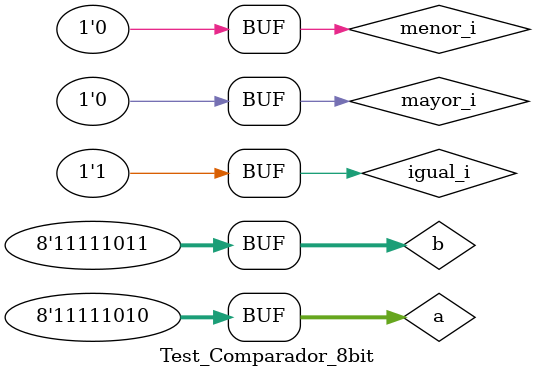
<source format=v>
`timescale 1ns / 1ps


module Test_Comparador_8bit;

	// Inputs
	reg [7:0] a;
	reg [7:0] b;
	reg igual_i;
	reg mayor_i;
	reg menor_i;

	// Outputs
	wire igual_o;
	wire mayor_o;
	wire menor_o;

	// Instantiate the Unit Under Test (UUT)
	Comparador8bits uut (
		.a(a), 
		.b(b), 
		.igual_i(igual_i), 
		.mayor_i(mayor_i), 
		.menor_i(menor_i), 
		.igual_o(igual_o), 
		.mayor_o(mayor_o), 
		.menor_o(menor_o)
	);

	initial begin
		// Initialize Inputs
		a = 0;
		b = 0;
		igual_i = 0;
		mayor_i = 0;
		menor_i = 0;

		// Wait 100 ns for global reset to finish
		#100;
        
		// Add stimulus here
		
		a = 0;
		b = 0;
		igual_i = 1;
		mayor_i = 0;
		menor_i = 0;
		#100;
		
		a = 100;
		b = 85;
		igual_i = 1;
		mayor_i = 0;
		menor_i = 0;
		#100;

		a = 25;
		b = 73;
		igual_i = 1;
		mayor_i = 0;
		menor_i = 0;
		#100;

		a = 0;
		b = 0;
		igual_i = 0;
		mayor_i = 1;
		menor_i = 0;
		#100;

		a = 0;
		b = 0;
		igual_i = 0;
		mayor_i = 0;
		menor_i = 1;
		#100;

		a = 50;
		b = 0;
		igual_i = 0;
		mayor_i = 0;
		menor_i = 1;
		#100;
		
		a = -6;
		b = -5;
		igual_i = 1;
		mayor_i = 0;
		menor_i = 0;
		#100;

	end
      
endmodule


</source>
